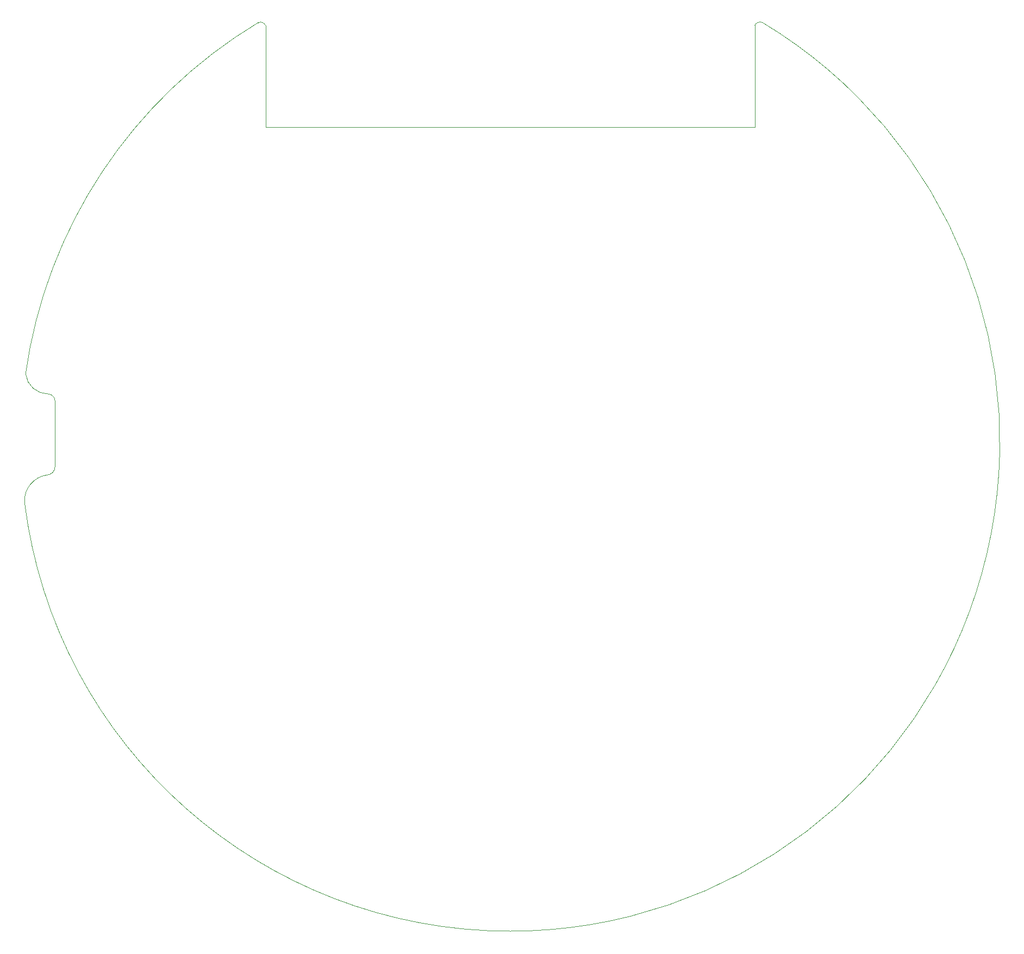
<source format=gbr>
G04*
G04 #@! TF.GenerationSoftware,Altium Limited,Altium Designer,23.3.1 (30)*
G04*
G04 Layer_Color=0*
%FSLAX44Y44*%
%MOMM*%
G71*
G04*
G04 #@! TF.SameCoordinates,AB4FAB72-6961-4B24-BA16-F6D923A68503*
G04*
G04*
G04 #@! TF.FilePolarity,Positive*
G04*
G01*
G75*
%ADD64C,0.0254*%
D64*
X5683Y674157D02*
G02*
X40564Y715533I40778J1013D01*
G01*
D02*
G03*
X53340Y728980I-336J13112D01*
G01*
Y829310D01*
D02*
G03*
X43142Y841760I-11324J1126D01*
G01*
D02*
G02*
X7420Y873129I-377J35594D01*
G01*
D02*
G02*
X369801Y1420600I755056J-106116D01*
G01*
X369772Y1420650D01*
D02*
G02*
X381238Y1416050I3433J-8033D01*
G01*
Y1257538D01*
X1143238D01*
Y1416050D01*
D02*
G02*
X1155215Y1420774I8350J-3626D01*
G01*
D02*
G02*
X762476Y4604I-392739J-653627D01*
G01*
D02*
G02*
X5683Y674157I0J762476D01*
G01*
M02*

</source>
